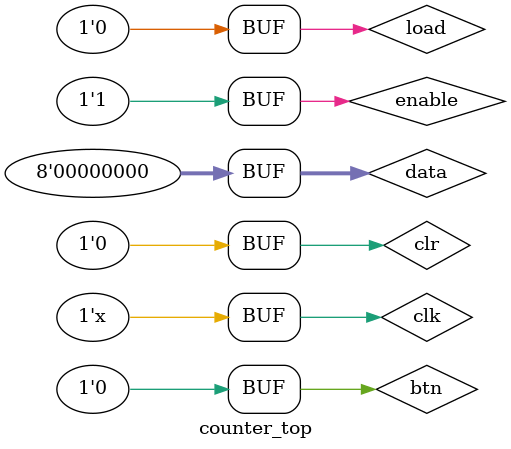
<source format=v>


module counter_top(
    //input wire clk,//100MHz
    //input wire clr,
    //input wire btn,//choose
    //input wire [7:0] data,//switch input 
    //input wire load,
    //input wire enable,
    // output wire [6:0] out,
    //output wire [3:0] scan
);
//input
reg load;
reg clr;
reg clk;
reg btn;
reg enable;
reg [7:0] data;
//function output
wire clk_1HZ;
wire clk_12HZ;
wire btn_db;//change mode
wire load_db;
wire clr_db;
wire [7:0] data_out;
wire [3:0] mux_out;
wire [1:0] which;
wire [6:0] out;
wire [3:0] scan;
//real output

//uut
control scan_which(
    .clk(clk_12HZ),

    .sel(which)
);

mux4to1 mux(
    .in(data_out),
    .sel(which),

    .outp(mux_out)
);

sev_scan sev_scan(
    .sel(which),

    .scan(scan)
);

debounce db_choose(
    .inp(btn),
    .clk(clk),

    .outp(btn_db)
);

debounce db_clr(
    .inp(clr),
    .clk(clk),

    .outp(clr_db)
);

debounce db_load(
    .inp(load),
    .clk(clk),

    .outp(load_db)
);

clock_div_1HZ clkdiv(
    .mclk(clk),

    .clk_out(clk_1HZ),
    .clk_scan(clk_12HZ)
);

counter counter(
    .data(data),
    .load(load_db),
    .enable(enable),
    .clr(clr_db),
    .clk(clk_1HZ),
    .choose(btn_db),

    .q(data_out)
);

sev_decoder decoder(
    .x(mux_out),

    .seg(out)
);

initial begin
    //initialize
    clr = 0;
    clk = 0;
    enable = 1;
    load = 0;
    data = 8'b0;
    btn = 0;
    #50
    clr = 1;
    #50
    clr = 0;
    //strat
end

always #5 clk = ~clk;

endmodule
</source>
